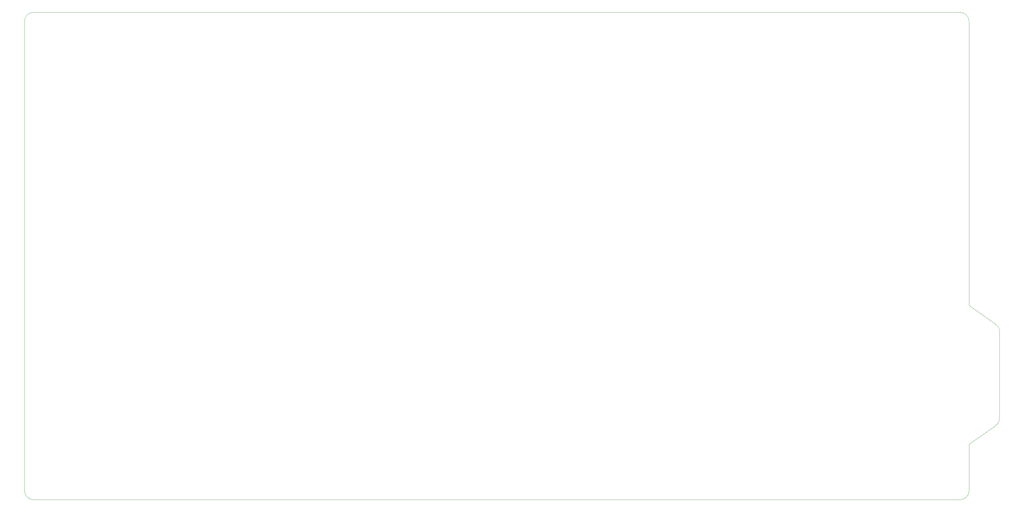
<source format=gbr>
%TF.GenerationSoftware,KiCad,Pcbnew,9.0.6-9.0.6~ubuntu24.04.1*%
%TF.CreationDate,2026-01-26T00:38:38+01:00*%
%TF.ProjectId,FPGA_Board_BA,46504741-5f42-46f6-9172-645f42412e6b,rev?*%
%TF.SameCoordinates,Original*%
%TF.FileFunction,Profile,NP*%
%FSLAX46Y46*%
G04 Gerber Fmt 4.6, Leading zero omitted, Abs format (unit mm)*
G04 Created by KiCad (PCBNEW 9.0.6-9.0.6~ubuntu24.04.1) date 2026-01-26 00:38:38*
%MOMM*%
%LPD*%
G01*
G04 APERTURE LIST*
%TA.AperFunction,Profile*%
%ADD10C,0.050000*%
%TD*%
G04 APERTURE END LIST*
D10*
X359520387Y-157754271D02*
G75*
G02*
X360800027Y-160211967I-1720387J-2457729D01*
G01*
X360800000Y-188588033D02*
G75*
G02*
X359520371Y-191045707I-3000000J33D01*
G01*
X359520387Y-191045729D02*
X350800000Y-197150000D01*
X360800000Y-188588033D02*
X360800000Y-160211967D01*
X347800000Y-55400000D02*
G75*
G02*
X350800000Y-58400000I0J-3000000D01*
G01*
X347800000Y-215400000D02*
X43800000Y-215400000D01*
X350800000Y-212400000D02*
G75*
G02*
X347800000Y-215400000I-3000000J0D01*
G01*
X350800000Y-58400000D02*
X350800000Y-151650000D01*
X40800000Y-212400000D02*
X40800000Y-58400000D01*
X359520387Y-157754271D02*
X350800000Y-151650000D01*
X40800000Y-58400000D02*
G75*
G02*
X43800000Y-55400000I3000000J0D01*
G01*
X43800000Y-215400000D02*
G75*
G02*
X40800000Y-212400000I0J3000000D01*
G01*
X350800000Y-212400000D02*
X350800000Y-197150000D01*
X43800000Y-55400000D02*
X347800000Y-55400000D01*
M02*

</source>
